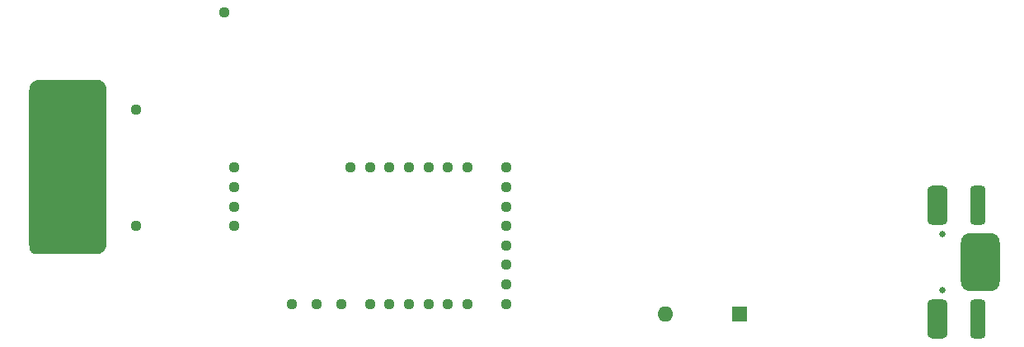
<source format=gbr>
%TF.GenerationSoftware,KiCad,Pcbnew,6.0.11+dfsg-1~bpo11+1*%
%TF.CreationDate,2024-03-25T23:47:08-04:00*%
%TF.ProjectId,Controller - ATTiny,436f6e74-726f-46c6-9c65-72202d204154,0.0.0*%
%TF.SameCoordinates,Original*%
%TF.FileFunction,Soldermask,Bot*%
%TF.FilePolarity,Negative*%
%FSLAX46Y46*%
G04 Gerber Fmt 4.6, Leading zero omitted, Abs format (unit mm)*
G04 Created by KiCad (PCBNEW 6.0.11+dfsg-1~bpo11+1) date 2024-03-25 23:47:08*
%MOMM*%
%LPD*%
G01*
G04 APERTURE LIST*
G04 Aperture macros list*
%AMRoundRect*
0 Rectangle with rounded corners*
0 $1 Rounding radius*
0 $2 $3 $4 $5 $6 $7 $8 $9 X,Y pos of 4 corners*
0 Add a 4 corners polygon primitive as box body*
4,1,4,$2,$3,$4,$5,$6,$7,$8,$9,$2,$3,0*
0 Add four circle primitives for the rounded corners*
1,1,$1+$1,$2,$3*
1,1,$1+$1,$4,$5*
1,1,$1+$1,$6,$7*
1,1,$1+$1,$8,$9*
0 Add four rect primitives between the rounded corners*
20,1,$1+$1,$2,$3,$4,$5,0*
20,1,$1+$1,$4,$5,$6,$7,0*
20,1,$1+$1,$6,$7,$8,$9,0*
20,1,$1+$1,$8,$9,$2,$3,0*%
G04 Aperture macros list end*
%ADD10RoundRect,0.330000X-0.170000X-0.170000X0.170000X-0.170000X0.170000X0.170000X-0.170000X0.170000X0*%
%ADD11RoundRect,0.330000X0.170000X-0.170000X0.170000X0.170000X-0.170000X0.170000X-0.170000X-0.170000X0*%
%ADD12R,1.600000X1.600000*%
%ADD13O,1.600000X1.600000*%
%ADD14C,0.650000*%
%ADD15RoundRect,0.525000X0.525000X-1.475000X0.525000X1.475000X-0.525000X1.475000X-0.525000X-1.475000X0*%
%ADD16O,1.600000X1.000000*%
%ADD17RoundRect,0.400000X0.400000X-1.600000X0.400000X1.600000X-0.400000X1.600000X-0.400000X-1.600000X0*%
%ADD18O,2.100000X1.000000*%
%ADD19RoundRect,1.000000X-1.000000X2.000000X-1.000000X-2.000000X1.000000X-2.000000X1.000000X2.000000X0*%
G04 APERTURE END LIST*
D10*
%TO.C,TPc1*%
X87000000Y-114000000D03*
%TD*%
%TO.C,TP3*%
X71000000Y-106000000D03*
%TD*%
%TO.C,TP1*%
X61000000Y-94000000D03*
%TD*%
D11*
%TO.C,TPc4*%
X93000000Y-114000000D03*
%TD*%
D10*
%TO.C,TPb4*%
X99000000Y-108000000D03*
%TD*%
D11*
%TO.C,TPa2*%
X85000000Y-100000000D03*
%TD*%
%TO.C,TPc5*%
X95000000Y-114000000D03*
%TD*%
%TO.C,TPa4*%
X89000000Y-100000000D03*
%TD*%
%TO.C,TP9*%
X77000000Y-114000000D03*
%TD*%
D12*
%TO.C,SW504*%
X122936000Y-115062000D03*
D13*
X115316000Y-115062000D03*
%TD*%
D10*
%TO.C,TPb1*%
X99000000Y-102000000D03*
%TD*%
D11*
%TO.C,TPc2*%
X89000000Y-114000000D03*
%TD*%
%TO.C,TPa7*%
X95000000Y-100000000D03*
%TD*%
D10*
%TO.C,TPc0*%
X85000000Y-114000000D03*
%TD*%
%TO.C,TP2*%
X70000000Y-84074000D03*
%TD*%
%TO.C,TPb5*%
X99000000Y-110000000D03*
%TD*%
%TO.C,TP7*%
X61000000Y-106000000D03*
%TD*%
D11*
%TO.C,TPa0*%
X82080000Y-114000000D03*
%TD*%
%TO.C,TPa6*%
X93000000Y-100000000D03*
%TD*%
%TO.C,TPa1*%
X83000000Y-100000000D03*
%TD*%
D10*
%TO.C,TPb2*%
X99000000Y-104000000D03*
%TD*%
%TO.C,TP6*%
X71000000Y-104000000D03*
%TD*%
D11*
%TO.C,TP8*%
X79540000Y-114000000D03*
%TD*%
%TO.C,TPa5*%
X91000000Y-100000000D03*
%TD*%
D10*
%TO.C,TPb7*%
X99000000Y-114000000D03*
%TD*%
%TO.C,TPb0*%
X99000000Y-100000000D03*
%TD*%
%TO.C,TPb3*%
X99000000Y-106000000D03*
%TD*%
D11*
%TO.C,TPc3*%
X91000000Y-114000000D03*
%TD*%
%TO.C,TPa3*%
X87000000Y-100000000D03*
%TD*%
D14*
%TO.C,J1*%
X143800000Y-106838000D03*
X143800000Y-112618000D03*
D15*
X143281795Y-115574965D03*
D16*
X147450000Y-105408000D03*
D17*
X147450000Y-115574965D03*
D18*
X143270000Y-114048000D03*
X143270000Y-105408000D03*
D17*
X147450000Y-103881035D03*
D15*
X143281795Y-103881035D03*
D16*
X147450000Y-114048000D03*
D19*
X147670000Y-109728000D03*
%TD*%
D10*
%TO.C,TP4*%
X71000000Y-100000000D03*
%TD*%
%TO.C,TP5*%
X71000000Y-102000000D03*
%TD*%
%TO.C,TPb6*%
X99000000Y-112000000D03*
%TD*%
G36*
X56944163Y-90960607D02*
G01*
X57120737Y-90977998D01*
X57144963Y-90982816D01*
X57308809Y-91032518D01*
X57331629Y-91041971D01*
X57482628Y-91122681D01*
X57503166Y-91136404D01*
X57635515Y-91245020D01*
X57652980Y-91262485D01*
X57761596Y-91394834D01*
X57775319Y-91415372D01*
X57856029Y-91566371D01*
X57865482Y-91589191D01*
X57915184Y-91753037D01*
X57920002Y-91777263D01*
X57937393Y-91953837D01*
X57938000Y-91966187D01*
X57938000Y-107885813D01*
X57937393Y-107898163D01*
X57920002Y-108074737D01*
X57915184Y-108098963D01*
X57865482Y-108262809D01*
X57856029Y-108285629D01*
X57775319Y-108436628D01*
X57761596Y-108457166D01*
X57652980Y-108589515D01*
X57635515Y-108606980D01*
X57503166Y-108715596D01*
X57482628Y-108729319D01*
X57331629Y-108810029D01*
X57308809Y-108819482D01*
X57144963Y-108869184D01*
X57120737Y-108874002D01*
X56944163Y-108891393D01*
X56931813Y-108892000D01*
X50515629Y-108892000D01*
X50450833Y-108874062D01*
X50450311Y-108873749D01*
X50440048Y-108866890D01*
X50430088Y-108859503D01*
X50425214Y-108855700D01*
X50371050Y-108811249D01*
X50366366Y-108807208D01*
X50300884Y-108747858D01*
X50292142Y-108739116D01*
X50234868Y-108675925D01*
X50227022Y-108666365D01*
X50176223Y-108597869D01*
X50169354Y-108587589D01*
X50125508Y-108514437D01*
X50119679Y-108503531D01*
X50083213Y-108426429D01*
X50078482Y-108415006D01*
X50049756Y-108334723D01*
X50046166Y-108322890D01*
X50025442Y-108240153D01*
X50023030Y-108228027D01*
X50010062Y-108140609D01*
X50009305Y-108134471D01*
X50004968Y-108090440D01*
X50004702Y-108087357D01*
X50001432Y-108043019D01*
X50001129Y-108036844D01*
X50000038Y-107992419D01*
X50000000Y-107989326D01*
X50000000Y-92010674D01*
X50000038Y-92007581D01*
X50001129Y-91963156D01*
X50001432Y-91956981D01*
X50004702Y-91912643D01*
X50004968Y-91909560D01*
X50009305Y-91865529D01*
X50010062Y-91859392D01*
X50023029Y-91771976D01*
X50025441Y-91759849D01*
X50046164Y-91677117D01*
X50049753Y-91665284D01*
X50078482Y-91584991D01*
X50083214Y-91573567D01*
X50119679Y-91496468D01*
X50125508Y-91485563D01*
X50169354Y-91412411D01*
X50176223Y-91402131D01*
X50227018Y-91333641D01*
X50234862Y-91324083D01*
X50292140Y-91260885D01*
X50300885Y-91252140D01*
X50364076Y-91194867D01*
X50373635Y-91187022D01*
X50442131Y-91136223D01*
X50452411Y-91129354D01*
X50525563Y-91085508D01*
X50536469Y-91079679D01*
X50613565Y-91043216D01*
X50624988Y-91038485D01*
X50705285Y-91009754D01*
X50717118Y-91006164D01*
X50799849Y-90985441D01*
X50811976Y-90983029D01*
X50899392Y-90970062D01*
X50905529Y-90969305D01*
X50949560Y-90964968D01*
X50952643Y-90964702D01*
X50996981Y-90961432D01*
X51003156Y-90961129D01*
X51047581Y-90960038D01*
X51050674Y-90960000D01*
X56931813Y-90960000D01*
X56944163Y-90960607D01*
G37*
M02*

</source>
